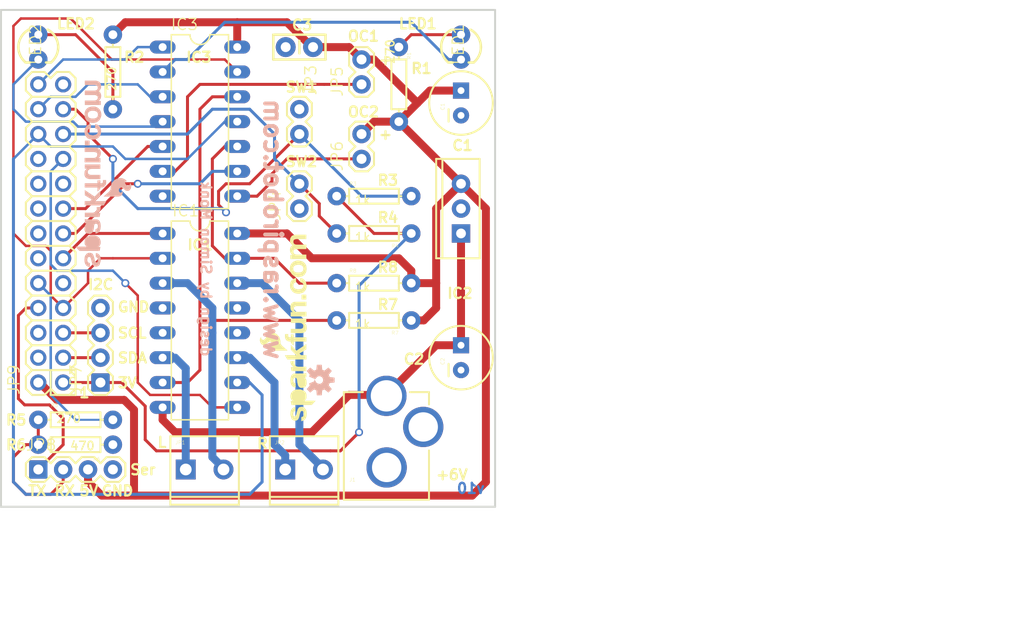
<source format=kicad_pcb>
(kicad_pcb (version 20211014) (generator pcbnew)
  (layers (0 "F.Cu" signal) (31 "B.Cu" signal) (34 "B.Paste" user) (35 "F.Paste" user) (36 "B.SilkS" user "B.Silkscreen") (37 "F.SilkS" user "F.Silkscreen") (38 "B.Mask" user) (39 "F.Mask" user) (44 "Edge.Cuts" user))
  (net 0 "")
  (net 1 "GND")
  (net 2 "VCC")
  (net 3 "1A")
  (net 4 "N$6")
  (net 5 "N$7")
  (net 6 "3A")
  (net 7 "N$9")
  (net 8 "N$10")
  (net 9 "N$11")
  (net 10 "N$12")
  (net 11 "N$13")
  (net 12 "N$14")
  (net 13 "SW1")
  (net 14 "SW2")
  (net 15 "N$18")
  (net 16 "RX")
  (net 17 "3.3V")
  (net 18 "TX")
  (net 19 "LED1")
  (net 20 "LED2")
  (net 21 "1-2EN")
  (net 22 "3-4EN")
  (net 23 "D")
  (net 24 "C")
  (net 25 "MR1")
  (net 26 "MR2")
  (net 27 "SDA")
  (net 28 "SCL")
  (net 29 "ML2")
  (net 30 "ML1")
  (net 31 "VIN")
  (footprint "boardEagle:DIL16" (layer "F.Cu") (at 143.5861 111.3486 -90)
    (fp_text reference "IC1" (at -10.541 2.921) (layer "F.SilkS") (effects (font (size 1.143 1.143) (thickness 0.127)) (justify left bottom)))
    (fp_text value "L293D")
    (pad "1" thru_hole oval (at -8.89 3.81) (size 2.6416 1.3208) (drill 0.8128) (layers *.Cu *.Mask) (net 21 "1-2EN"))
    (pad "2" thru_hole oval (at -6.35 3.81) (size 2.6416 1.3208) (drill 0.8128) (layers *.Cu *.Mask) (net 3 "1A"))
    (pad "3" thru_hole oval (at -3.81 3.81) (size 2.6416 1.3208) (drill 0.8128) (layers *.Cu *.Mask) (net 29 "ML2"))
    (pad "4" thru_hole oval (at -1.27 3.81) (size 2.6416 1.3208) (drill 0.8128) (layers *.Cu *.Mask) (net 1 "GND"))
    (pad "5" thru_hole oval (at 1.27 3.81) (size 2.6416 1.3208) (drill 0.8128) (layers *.Cu *.Mask) (net 1 "GND"))
    (pad "6" thru_hole oval (at 3.81 3.81) (size 2.6416 1.3208) (drill 0.8128) (layers *.Cu *.Mask) (net 30 "ML1"))
    (pad "7" thru_hole oval (at 6.35 3.81) (size 2.6416 1.3208) (drill 0.8128) (layers *.Cu *.Mask) (net 4 "N$6"))
    (pad "8" thru_hole oval (at 8.89 3.81) (size 2.6416 1.3208) (drill 0.8128) (layers *.Cu *.Mask) (net 31 "VIN"))
    (pad "9" thru_hole oval (at 8.89 -3.81) (size 2.6416 1.3208) (drill 0.8128) (layers *.Cu *.Mask) (net 22 "3-4EN"))
    (pad "10" thru_hole oval (at 6.35 -3.81) (size 2.6416 1.3208) (drill 0.8128) (layers *.Cu *.Mask) (net 6 "3A"))
    (pad "11" thru_hole oval (at 3.81 -3.81) (size 2.6416 1.3208) (drill 0.8128) (layers *.Cu *.Mask) (net 25 "MR1"))
    (pad "12" thru_hole oval (at 1.27 -3.81) (size 2.6416 1.3208) (drill 0.8128) (layers *.Cu *.Mask) (net 1 "GND"))
    (pad "13" thru_hole oval (at -1.27 -3.81) (size 2.6416 1.3208) (drill 0.8128) (layers *.Cu *.Mask) (net 1 "GND"))
    (pad "14" thru_hole oval (at -3.81 -3.81) (size 2.6416 1.3208) (drill 0.8128) (layers *.Cu *.Mask) (net 26 "MR2"))
    (pad "15" thru_hole oval (at -6.35 -3.81) (size 2.6416 1.3208) (drill 0.8128) (layers *.Cu *.Mask) (net 5 "N$7"))
    (pad "16" thru_hole oval (at -8.89 -3.81) (size 2.6416 1.3208) (drill 0.8128) (layers *.Cu *.Mask) (net 2 "VCC"))
  )
  (footprint "boardEagle:TO220-IGO" (layer "F.Cu") (at 170.2561 99.9186 90)
    (fp_text reference "IC2" hide)
    (fp_text value "LM2940CT-5.0" hide)
    (pad "GND" thru_hole circle (at 0 0 90) (size 1.8796 1.8796) (drill 1) (layers *.Cu *.Mask) (net 1 "GND"))
    (pad "IN" thru_hole rect (at -2.54 0 90) (size 1.8796 1.8796) (drill 1) (layers *.Cu *.Mask) (net 31 "VIN"))
    (pad "OUT" thru_hole circle (at 2.54 0 90) (size 1.8796 1.8796) (drill 1) (layers *.Cu *.Mask) (net 2 "VCC"))
  )
  (footprint "boardEagle:AXIAL-0.3EZ" (layer "F.Cu") (at 163.9061 87.2186 -90)
    (fp_text reference "R1" (at -2.54 -1.27 -90) (layer "F.SilkS") (effects (font (size 0.373888 0.373888) (thickness 0.032512)) (justify left bottom)))
    (fp_text value "270" (at -2.032 0.381 -90) (layer "F.SilkS") (effects (font (size 0.8636 0.8636) (thickness 0.1524)) (justify left bottom)))
    (pad "P$1" thru_hole circle (at -3.81 0 270) (size 1.8796 1.8796) (drill 0.9) (layers *.Cu) (net 7 "N$9"))
    (pad "P$2" thru_hole circle (at 3.81 0 270) (size 1.8796 1.8796) (drill 0.9) (layers *.Cu) (net 2 "VCC"))
  )
  (footprint "boardEagle:CAP-PTH-SMALL-KIT" (layer "F.Cu") (at 153.7461 83.4086 180)
    (fp_text reference "C3" hide)
    (fp_text value "0.1uF" hide)
    (pad "1" thru_hole circle (at -1.397 0 180) (size 2.032 2.032) (drill 1.016) (layers *.Cu) (net 2 "VCC"))
    (pad "2" thru_hole circle (at 1.397 0 180) (size 2.032 2.032) (drill 1.016) (layers *.Cu) (net 1 "GND"))
  )
  (footprint "boardEagle:1X04" (layer "F.Cu") (at 127.0761 126.5886)
    (fp_text reference "JP8" (at -1.3462 -1.8288) (layer "F.SilkS") (effects (font (size 1.143 1.143) (thickness 0.127)) (justify left bottom)))
    (fp_text value "UART")
    (pad "1" thru_hole rect (at 0 0 90) (size 1.8796 1.8796) (drill 1.016) (layers *.Cu *.Mask) (net 18 "TX"))
    (pad "2" thru_hole circle (at 2.54 0 90) (size 1.8796 1.8796) (drill 1.016) (layers *.Cu *.Mask) (net 15 "N$18"))
    (pad "3" thru_hole circle (at 5.08 0 90) (size 1.8796 1.8796) (drill 1.016) (layers *.Cu *.Mask) (net 2 "VCC"))
    (pad "4" thru_hole circle (at 7.62 0 90) (size 1.8796 1.8796) (drill 1.016) (layers *.Cu *.Mask) (net 1 "GND"))
  )
  (footprint "boardEagle:1X02" (layer "F.Cu") (at 160.0961 94.8386 90)
    (fp_text reference "JP6" (at -1.3462 -1.8288 90) (layer "F.SilkS") (effects (font (size 1.143 1.143) (thickness 0.127)) (justify left bottom)))
    (fp_text value "")
    (pad "1" thru_hole circle (at 0 0 180) (size 1.8796 1.8796) (drill 1.016) (layers *.Cu *.Mask) (net 12 "N$14"))
    (pad "2" thru_hole circle (at 2.54 0 180) (size 1.8796 1.8796) (drill 1.016) (layers *.Cu *.Mask) (net 2 "VCC"))
  )
  (footprint "boardEagle:SCREWTERMINAL-3.5MM-2_LOCK" (layer "F.Cu") (at 142.3161 126.5886)
    (fp_text reference "JP1" (at -1.27 -2.54) (layer "F.SilkS") (effects (font (size 0.373888 0.373888) (thickness 0.032512)) (justify left bottom)))
    (fp_text value "")
    (pad "1" thru_hole rect (at -0.1778 0) (size 2.032 2.032) (drill 1.2) (layers *.Cu *.Mask) (net 30 "ML1"))
    (pad "2" thru_hole circle (at 3.6778 0) (size 2.032 2.032) (drill 1.2) (layers *.Cu *.Mask) (net 29 "ML2"))
  )
  (footprint "boardEagle:CPOL-RADIAL-100UF-25V" (layer "F.Cu") (at 170.2561 89.1236 90)
    (fp_text reference "C1" (at -0.762 -1.651 90) (layer "F.SilkS") (effects (font (size 0.373888 0.373888) (thickness 0.032512)) (justify left bottom)))
    (fp_text value "100uF")
    (pad "1" thru_hole rect (at 1.27 0 90) (size 1.651 1.651) (drill 0.7) (layers *.Cu *.Mask) (net 2 "VCC"))
    (pad "2" thru_hole circle (at -1.27 0 90) (size 1.651 1.651) (drill 0.7) (layers *.Cu *.Mask) (net 1 "GND"))
  )
  (footprint "boardEagle:1X02" (layer "F.Cu") (at 153.7461 89.7586 -90)
    (fp_text reference "JP3" (at -1.3462 -1.8288 -90) (layer "F.SilkS") (effects (font (size 1.143 1.143) (thickness 0.127)) (justify left bottom)))
    (fp_text value "SW1")
    (pad "1" thru_hole circle (at 0 0) (size 1.8796 1.8796) (drill 1.016) (layers *.Cu *.Mask) (net 1 "GND"))
    (pad "2" thru_hole circle (at 2.54 0) (size 1.8796 1.8796) (drill 1.016) (layers *.Cu *.Mask) (net 13 "SW1"))
  )
  (footprint "boardEagle:LED3MM" (layer "F.Cu") (at 127.0761 83.4086 -90)
    (fp_text reference "LED2" (at 1.905 -0.381 -90) (layer "F.SilkS") (effects (font (size 1.143 1.143) (thickness 0.127)) (justify left bottom)))
    (fp_text value "yellow")
    (pad "A" thru_hole circle (at -1.27 0 270) (size 1.8796 1.8796) (drill 0.8128) (layers *.Cu *.Mask) (net 8 "N$10"))
    (pad "K" thru_hole circle (at 1.27 0 270) (size 1.8796 1.8796) (drill 0.8128) (layers *.Cu *.Mask) (net 10 "N$12"))
  )
  (footprint "boardEagle:DIL14" (layer "F.Cu") (at 143.5861 91.0286 -90)
    (fp_text reference "IC3" (at -9.271 3.048) (layer "F.SilkS") (effects (font (size 1.143 1.143) (thickness 0.127)) (justify left bottom)))
    (fp_text value "7406N")
    (pad "1" thru_hole oval (at -7.62 3.81) (size 2.6416 1.3208) (drill 0.8128) (layers *.Cu *.Mask) (net 19 "LED1"))
    (pad "2" thru_hole oval (at -5.08 3.81) (size 2.6416 1.3208) (drill 0.8128) (layers *.Cu *.Mask) (net 9 "N$11"))
    (pad "3" thru_hole oval (at -2.54 3.81) (size 2.6416 1.3208) (drill 0.8128) (layers *.Cu *.Mask) (net 20 "LED2"))
    (pad "4" thru_hole oval (at 0 3.81) (size 2.6416 1.3208) (drill 0.8128) (layers *.Cu *.Mask) (net 10 "N$12"))
    (pad "5" thru_hole oval (at 2.54 3.81) (size 2.6416 1.3208) (drill 0.8128) (layers *.Cu *.Mask) (net 24 "C"))
    (pad "6" thru_hole oval (at 5.08 3.81) (size 2.6416 1.3208) (drill 0.8128) (layers *.Cu *.Mask) (net 11 "N$13"))
    (pad "7" thru_hole oval (at 7.62 3.81) (size 2.6416 1.3208) (drill 0.8128) (layers *.Cu *.Mask) (net 1 "GND"))
    (pad "8" thru_hole oval (at 7.62 -3.81) (size 2.6416 1.3208) (drill 0.8128) (layers *.Cu *.Mask) (net 12 "N$14"))
    (pad "9" thru_hole oval (at 5.08 -3.81) (size 2.6416 1.3208) (drill 0.8128) (layers *.Cu *.Mask) (net 23 "D"))
    (pad "10" thru_hole oval (at 2.54 -3.81) (size 2.6416 1.3208) (drill 0.8128) (layers *.Cu *.Mask) (net 5 "N$7"))
    (pad "11" thru_hole oval (at 0 -3.81) (size 2.6416 1.3208) (drill 0.8128) (layers *.Cu *.Mask) (net 6 "3A"))
    (pad "12" thru_hole oval (at -2.54 -3.81) (size 2.6416 1.3208) (drill 0.8128) (layers *.Cu *.Mask) (net 4 "N$6"))
    (pad "13" thru_hole oval (at -5.08 -3.81) (size 2.6416 1.3208) (drill 0.8128) (layers *.Cu *.Mask) (net 3 "1A"))
    (pad "14" thru_hole oval (at -7.62 -3.81) (size 2.6416 1.3208) (drill 0.8128) (layers *.Cu *.Mask) (net 2 "VCC"))
  )
  (footprint "boardEagle:LED3MM" (layer "F.Cu") (at 170.2561 83.4086 -90)
    (fp_text reference "LED1" (at 1.905 -0.381 -90) (layer "F.SilkS") (effects (font (size 1.143 1.143) (thickness 0.127)) (justify left bottom)))
    (fp_text value "green")
    (pad "A" thru_hole circle (at -1.27 0 270) (size 1.8796 1.8796) (drill 0.8128) (layers *.Cu *.Mask) (net 7 "N$9"))
    (pad "K" thru_hole circle (at 1.27 0 270) (size 1.8796 1.8796) (drill 0.8128) (layers *.Cu *.Mask) (net 9 "N$11"))
  )
  (footprint "boardEagle:AXIAL-0.3EZ" (layer "F.Cu") (at 130.8861 124.0486 180)
    (fp_text reference "R6" (at -2.54 -1.27 180) (layer "F.SilkS") (effects (font (size 0.373888 0.373888) (thickness 0.032512)) (justify right top)))
    (fp_text value "470" (at -2.032 0.381 180) (layer "F.SilkS") (effects (font (size 0.8636 0.8636) (thickness 0.1524)) (justify right top)))
    (pad "P$1" thru_hole circle (at -3.81 0 180) (size 1.8796 1.8796) (drill 0.9) (layers *.Cu) (net 1 "GND"))
    (pad "P$2" thru_hole circle (at 3.81 0 180) (size 1.8796 1.8796) (drill 0.9) (layers *.Cu) (net 15 "N$18"))
  )
  (footprint "boardEagle:CREATIVE_COMMONS" (layer "F.Cu") (at 144.8561 141.8286)
    (fp_text reference "FRAME1" hide)
    (fp_text value "FRAME-LETTER" hide)
  )
  (footprint "boardEagle:2X13" (layer "F.Cu") (at 129.6161 117.6986 90)
    (fp_text reference "JP9" (at -1.3462 -4.3688 90) (layer "F.SilkS") (effects (font (size 1.143 1.143) (thickness 0.127)) (justify left bottom)))
    (fp_text value "M13X22X13")
    (pad "1" thru_hole circle (at 0 0 180) (size 1.651 1.651) (drill 1.016) (layers *.Cu *.Mask) (net 17 "3.3V"))
    (pad "2" thru_hole circle (at 0 -2.54) (size 1.651 1.651) (drill 1.016) (layers *.Cu *.Mask) (net 2 "VCC"))
    (pad "3" thru_hole circle (at 2.54 0 180) (size 1.651 1.651) (drill 1.016) (layers *.Cu *.Mask) (net 27 "SDA"))
    (pad "4" thru_hole circle (at 2.54 -2.54) (size 1.651 1.651) (drill 1.016) (layers *.Cu *.Mask))
    (pad "5" thru_hole circle (at 5.08 0 180) (size 1.651 1.651) (drill 1.016) (layers *.Cu *.Mask) (net 28 "SCL"))
    (pad "6" thru_hole circle (at 5.08 -2.54) (size 1.651 1.651) (drill 1.016) (layers *.Cu *.Mask) (net 1 "GND"))
    (pad "7" thru_hole circle (at 7.62 0 180) (size 1.651 1.651) (drill 1.016) (layers *.Cu *.Mask) (net 3 "1A"))
    (pad "8" thru_hole circle (at 7.62 -2.54) (size 1.651 1.651) (drill 1.016) (layers *.Cu *.Mask) (net 18 "TX"))
    (pad "9" thru_hole circle (at 10.16 0 180) (size 1.651 1.651) (drill 1.016) (layers *.Cu *.Mask))
    (pad "10" thru_hole circle (at 10.16 -2.54) (size 1.651 1.651) (drill 1.016) (layers *.Cu *.Mask) (net 16 "RX"))
    (pad "11" thru_hole circle (at 12.7 0 180) (size 1.651 1.651) (drill 1.016) (layers *.Cu *.Mask) (net 21 "1-2EN"))
    (pad "12" thru_hole circle (at 12.7 -2.54) (size 1.651 1.651) (drill 1.016) (layers *.Cu *.Mask))
    (pad "13" thru_hole circle (at 15.24 0 180) (size 1.651 1.651) (drill 1.016) (layers *.Cu *.Mask) (net 23 "D"))
    (pad "14" thru_hole circle (at 15.24 -2.54) (size 1.651 1.651) (drill 1.016) (layers *.Cu *.Mask))
    (pad "15" thru_hole circle (at 17.78 0 180) (size 1.651 1.651) (drill 1.016) (layers *.Cu *.Mask) (net 24 "C"))
    (pad "16" thru_hole circle (at 17.78 -2.54) (size 1.651 1.651) (drill 1.016) (layers *.Cu *.Mask))
    (pad "17" thru_hole circle (at 20.32 0 180) (size 1.651 1.651) (drill 1.016) (layers *.Cu *.Mask))
    (pad "18" thru_hole circle (at 20.32 -2.54) (size 1.651 1.651) (drill 1.016) (layers *.Cu *.Mask))
    (pad "19" thru_hole circle (at 22.86 0 180) (size 1.651 1.651) (drill 1.016) (layers *.Cu *.Mask) (net 22 "3-4EN"))
    (pad "20" thru_hole circle (at 22.86 -2.54) (size 1.651 1.651) (drill 1.016) (layers *.Cu *.Mask))
    (pad "21" thru_hole circle (at 25.4 0 180) (size 1.651 1.651) (drill 1.016) (layers *.Cu *.Mask) (net 14 "SW2"))
    (pad "22" thru_hole circle (at 25.4 -2.54) (size 1.651 1.651) (drill 1.016) (layers *.Cu *.Mask) (net 6 "3A"))
    (pad "23" thru_hole circle (at 27.94 0 180) (size 1.651 1.651) (drill 1.016) (layers *.Cu *.Mask) (net 13 "SW1"))
    (pad "24" thru_hole circle (at 27.94 -2.54) (size 1.651 1.651) (drill 1.016) (layers *.Cu *.Mask) (net 20 "LED2"))
    (pad "25" thru_hole circle (at 30.48 0 180) (size 1.651 1.651) (drill 1.016) (layers *.Cu *.Mask))
    (pad "26" thru_hole circle (at 30.48 -2.54) (size 1.651 1.651) (drill 1.016) (layers *.Cu *.Mask) (net 19 "LED1"))
  )
  (footprint "boardEagle:SFE-NEW-WEBLOGO" (layer "F.Cu") (at 155.3971 121.6356 90)
    (fp_text reference "JP10" hide)
    (fp_text value "LOGO-SFENEW" hide)
  )
  (footprint "boardEagle:AXIAL-0.3EZ" (layer "F.Cu") (at 161.3661 98.6486)
    (fp_text reference "R3" (at -2.54 -1.27) (layer "F.SilkS") (effects (font (size 0.376489 0.376489) (thickness 0.029911)) (justify left)))
    (fp_text value "1k" (at -2.032 0.381) (layer "F.SilkS") (effects (font (size 0.88646 0.88646) (thickness 0.12954)) (justify left)))
    (pad "P$1" thru_hole circle (at -3.81 0) (size 1.8796 1.8796) (drill 0.9) (layers *.Cu) (net 17 "3.3V"))
    (pad "P$2" thru_hole circle (at 3.81 0) (size 1.8796 1.8796) (drill 0.9) (layers *.Cu) (net 13 "SW1"))
  )
  (footprint "boardEagle:SCREWTERMINAL-3.5MM-2_LOCK" (layer "F.Cu") (at 152.4761 126.5886)
    (fp_text reference "JP2" (at -1.27 -2.54) (layer "F.SilkS") (effects (font (size 0.373888 0.373888) (thickness 0.032512)) (justify left bottom)))
    (fp_text value "")
    (pad "1" thru_hole rect (at -0.1778 0) (size 2.032 2.032) (drill 1.2) (layers *.Cu *.Mask) (net 25 "MR1"))
    (pad "2" thru_hole circle (at 3.6778 0) (size 2.032 2.032) (drill 1.2) (layers *.Cu *.Mask) (net 26 "MR2"))
  )
  (footprint "boardEagle:AXIAL-0.3EZ" (layer "F.Cu") (at 130.8861 121.5086)
    (fp_text reference "R5" (at -2.54 -1.27) (layer "F.SilkS") (effects (font (size 0.373888 0.373888) (thickness 0.032512)) (justify left bottom)))
    (fp_text value "270" (at -2.032 0.381) (layer "F.SilkS") (effects (font (size 0.8636 0.8636) (thickness 0.1524)) (justify left bottom)))
    (pad "P$1" thru_hole circle (at -3.81 0) (size 1.8796 1.8796) (drill 0.9) (layers *.Cu) (net 15 "N$18"))
    (pad "P$2" thru_hole circle (at 3.81 0) (size 1.8796 1.8796) (drill 0.9) (layers *.Cu) (net 16 "RX"))
  )
  (footprint "boardEagle:AXIAL-0.3EZ" (layer "F.Cu") (at 161.3661 102.4586 180)
    (fp_text reference "R4" (at -2.54 -1.27) (layer "F.SilkS") (effects (font (size 0.376489 0.376489) (thickness 0.029911)) (justify right)))
    (fp_text value "1k" (at 2.032 -0.381) (layer "F.SilkS") (effects (font (size 0.88646 0.88646) (thickness 0.12954)) (justify left)))
    (pad "P$1" thru_hole circle (at -3.81 0 180) (size 1.8796 1.8796) (drill 0.9) (layers *.Cu) (net 17 "3.3V"))
    (pad "P$2" thru_hole circle (at 3.81 0 180) (size 1.8796 1.8796) (drill 0.9) (layers *.Cu) (net 14 "SW2"))
  )
  (footprint "boardEagle:AXIAL-0.3EZ" (layer "F.Cu") (at 161.3661 107.5386)
    (fp_text reference "R8" (at -2.54 -1.27) (layer "F.SilkS") (effects (font (size 0.376489 0.376489) (thickness 0.029911)) (justify left)))
    (fp_text value "1k" (at -2.032 0.381) (layer "F.SilkS") (effects (font (size 0.88646 0.88646) (thickness 0.12954)) (justify left)))
    (pad "P$1" thru_hole circle (at -3.81 0) (size 1.8796 1.8796) (drill 0.9) (layers *.Cu) (net 5 "N$7"))
    (pad "P$2" thru_hole circle (at 3.81 0) (size 1.8796 1.8796) (drill 0.9) (layers *.Cu) (net 2 "VCC"))
  )
  (footprint "boardEagle:AXIAL-0.3EZ" (layer "F.Cu") (at 161.3661 111.3486 180)
    (fp_text reference "R7" (at -2.54 -1.27) (layer "F.SilkS") (effects (font (size 0.376489 0.376489) (thickness 0.029911)) (justify right)))
    (fp_text value "1k" (at 2.032 -0.381) (layer "F.SilkS") (effects (font (size 0.88646 0.88646) (thickness 0.12954)) (justify left)))
    (pad "P$1" thru_hole circle (at -3.81 0 180) (size 1.8796 1.8796) (drill 0.9) (layers *.Cu) (net 2 "VCC"))
    (pad "P$2" thru_hole circle (at 3.81 0 180) (size 1.8796 1.8796) (drill 0.9) (layers *.Cu) (net 4 "N$6"))
  )
  (footprint "boardEagle:1X04" (layer "F.Cu") (at 133.4261 117.6986 90)
    (fp_text reference "JP7" (at -1.3462 -1.8288 90) (layer "F.SilkS") (effects (font (size 1.143 1.143) (thickness 0.127)) (justify left bottom)))
    (fp_text value "I2C")
    (pad "1" thru_hole rect (at 0 0 180) (size 1.8796 1.8796) (drill 1.016) (layers *.Cu *.Mask) (net 17 "3.3V"))
    (pad "2" thru_hole circle (at 2.54 0 180) (size 1.8796 1.8796) (drill 1.016) (layers *.Cu *.Mask) (net 27 "SDA"))
    (pad "3" thru_hole circle (at 5.08 0 180) (size 1.8796 1.8796) (drill 1.016) (layers *.Cu *.Mask) (net 28 "SCL"))
    (pad "4" thru_hole circle (at 7.62 0 180) (size 1.8796 1.8796) (drill 1.016) (layers *.Cu *.Mask) (net 1 "GND"))
  )
  (footprint "boardEagle:POWER_JACK_PTH_LOCK" (layer "F.Cu") (at 162.6361 132.9386)
    (fp_text reference "J1" (at -3.81 -5.08) (layer "F.SilkS") (effects (font (size 0.373888 0.373888) (thickness 0.032512)) (justify left bottom)))
    (fp_text value "POWER_JACKPTH_LOCK")
    (pad "GND" thru_hole circle (at 0.0254 -6.557) (size 4.1148 4.1148) (drill 2.9972) (layers *.Cu *.Mask) (net 1 "GND"))
    (pad "GNDBREAK" thru_hole circle (at 3.7616 -10.7 90) (size 4.1148 4.1148) (drill 2.9972) (layers *.Cu *.Mask) (net 1 "GND"))
    (pad "PWR" thru_hole circle (at 0 -13.8778) (size 4.1148 4.1148) (drill 3.2) (layers *.Cu *.Mask) (net 31 "VIN"))
  )
  (footprint "boardEagle:CPOL-RADIAL-100UF-25V" (layer "F.Cu") (at 170.2561 115.1586 90)
    (fp_text reference "C2" (at -0.762 -1.651 90) (layer "F.SilkS") (effects (font (size 0.373888 0.373888) (thickness 0.032512)) (justify left bottom)))
    (fp_text value "220uF")
    (pad "1" thru_hole rect (at 1.27 0 90) (size 1.651 1.651) (drill 0.7) (layers *.Cu *.Mask) (net 31 "VIN"))
    (pad "2" thru_hole circle (at -1.27 0 90) (size 1.651 1.651) (drill 0.7) (layers *.Cu *.Mask) (net 1 "GND"))
  )
  (footprint "boardEagle:1X02" (layer "F.Cu") (at 153.7461 99.9186 90)
    (fp_text reference "JP4" (at -1.3462 -1.8288 90) (layer "F.SilkS") (effects (font (size 1.143 1.143) (thickness 0.127)) (justify left bottom)))
    (fp_text value "SW2")
    (pad "1" thru_hole circle (at 0 0 180) (size 1.8796 1.8796) (drill 1.016) (layers *.Cu *.Mask) (net 1 "GND"))
    (pad "2" thru_hole circle (at 2.54 0 180) (size 1.8796 1.8796) (drill 1.016) (layers *.Cu *.Mask) (net 14 "SW2"))
  )
  (footprint "boardEagle:AXIAL-0.3EZ" (layer "F.Cu") (at 134.6961 85.9486 90)
    (fp_text reference "R2" (at -2.54 -1.27 90) (layer "F.SilkS") (effects (font (size 0.373888 0.373888) (thickness 0.032512)) (justify left bottom)))
    (fp_text value "270" (at -2.032 0.381 90) (layer "F.SilkS") (effects (font (size 0.8636 0.8636) (thickness 0.1524)) (justify left bottom)))
    (pad "P$1" thru_hole circle (at -3.81 0 90) (size 1.8796 1.8796) (drill 0.9) (layers *.Cu) (net 8 "N$10"))
    (pad "P$2" thru_hole circle (at 3.81 0 90) (size 1.8796 1.8796) (drill 0.9) (layers *.Cu) (net 2 "VCC"))
  )
  (footprint "boardEagle:1X02" (layer "F.Cu") (at 160.0961 87.2186 90)
    (fp_text reference "JP5" (at -1.3462 -1.8288 90) (layer "F.SilkS") (effects (font (size 1.143 1.143) (thickness 0.127)) (justify left bottom)))
    (fp_text value "")
    (pad "1" thru_hole circle (at 0 0 180) (size 1.8796 1.8796) (drill 1.016) (layers *.Cu *.Mask) (net 11 "N$13"))
    (pad "2" thru_hole circle (at 2.54 0 180) (size 1.8796 1.8796) (drill 1.016) (layers *.Cu *.Mask) (net 2 "VCC"))
  )
  (footprint "boardEagle:SFE-NEW-WEBLOGO" (layer "B.Cu") (at 130.8861 105.8876 90)
    (fp_text reference "JP11" hide)
    (fp_text value "LOGO-SFENEW" hide)
  )
  (footprint "boardEagle:OSHW-LOGO-S" (layer "B.Cu") (at 155.7781 117.4446 90)
    (fp_text reference "U$4" hide)
    (fp_text value "OSHW-LOGOS" hide)
  )
  (gr_line (start 130.8861 116.4286) (end 130.8861 118.9686) (layer "F.SilkS") (width 0.2032))
  (gr_line (start 130.8861 118.9686) (end 128.3461 118.9686) (layer "F.SilkS") (width 0.2032))
  (gr_line (start 128.3461 116.4286) (end 128.3461 118.9686) (layer "F.SilkS") (width 0.2032))
  (gr_line (start 128.3461 116.4286) (end 130.8861 116.4286) (layer "F.SilkS") (width 0.2032))
  (gr_line (start 173.7361 130.3986) (end 173.7361 79.6086) (layer "Edge.Cuts") (width 0.2032))
  (gr_line (start 123.2661 79.6086) (end 123.2661 130.3986) (layer "Edge.Cuts") (width 0.2032))
  (gr_line (start 123.2661 130.3986) (end 173.7361 130.3986) (layer "Edge.Cuts") (width 0.2032))
  (gr_line (start 173.7361 79.6086) (end 123.2661 79.6086) (layer "Edge.Cuts") (width 0.2032))
  (gr_text "v10" (at 172.7961 129.1286) (layer "B.Cu") (effects (font (size 1.0414 1.0414) (thickness 0.2286)) (justify left bottom mirror)))
  (gr_text "www.raspirobot.com" (at 152.0951 88.4886 -90) (layer "B.SilkS") (effects (font (size 1.791208 1.791208) (thickness 0.393192)) (justify right top mirror)))
  (gr_text "design by Simon Monk" (at 143.5861 115.1586 -90) (layer "B.SilkS") (effects (font (size 1.0414 1.0414) (thickness 0.2286)) (justify left bottom mirror)))
  (gr_text "R2" (at 135.7121 85.0596) (layer "F.SilkS") (effects (font (size 1.0414 1.0414) (thickness 0.2286)) (justify left bottom)))
  (gr_text "OC1" (at 158.5721 82.9006) (layer "F.SilkS") (effects (font (size 1.0414 1.0414) (thickness 0.2286)) (justify left bottom)))
  (gr_text "5V" (at 131.1401 129.3826) (layer "F.SilkS") (effects (font (size 1.0414 1.0414) (thickness 0.2286)) (justify left bottom)))
  (gr_text "Ser" (at 136.3471 127.2236) (layer "F.SilkS") (effects (font (size 1.0414 1.0414) (thickness 0.2286)) (justify left bottom)))
  (gr_text "SW1" (at 152.2221 88.1076) (layer "F.SilkS") (effects (font (size 1.0414 1.0414) (thickness 0.2286)) (justify left bottom)))
  (gr_text "+" (at 161.7471 85.3136) (layer "F.SilkS") (effects (font (size 1.0414 1.0414) (thickness 0.2286)) (justify left bottom)))
  (gr_text "R" (at 149.3011 124.5566) (layer "F.SilkS") (effects (font (size 1.0414 1.0414) (thickness 0.2286)) (justify left bottom)))
  (gr_text "R3" (at 161.6201 97.6326) (layer "F.SilkS") (effects (font (size 1.0414 1.0414) (thickness 0.2286)) (justify left bottom)))
  (gr_text "GND" (at 133.4261 129.3826) (layer "F.SilkS") (effects (font (size 1.0414 1.0414) (thickness 0.2286)) (justify left bottom)))
  (gr_text "GND" (at 135.0771 110.5866) (layer "F.SilkS") (effects (font (size 1.0414 1.0414) (thickness 0.2286)) (justify left bottom)))
  (gr_text "IC3" (at 142.0621 85.0596) (layer "F.SilkS") (effects (font (size 1.0414 1.0414) (thickness 0.2286)) (justify left bottom)))
  (gr_text "R5" (at 123.6471 122.1436) (layer "F.SilkS") (effects (font (size 1.0414 1.0414) (thickness 0.2286)) (justify left bottom)))
  (gr_text "+" (at 161.7471 92.9336) (layer "F.SilkS") (effects (font (size 1.0414 1.0414) (thickness 0.2286)) (justify left bottom)))
  (gr_text "IC2" (at 168.7321 109.1896) (layer "F.SilkS") (effects (font (size 1.0414 1.0414) (thickness 0.2286)) (justify left bottom)))
  (gr_text "LED2" (at 128.8541 81.6306) (layer "F.SilkS") (effects (font (size 1.0414 1.0414) (thickness 0.2286)) (justify left bottom)))
  (gr_text "C3" (at 152.8571 81.7576) (layer "F.SilkS") (effects (font (size 1.0414 1.0414) (thickness 0.2286)) (justify left bottom)))
  (gr_text "3V" (at 135.0771 118.3336) (layer "F.SilkS") (effects (font (size 1.0414 1.0414) (thickness 0.2286)) (justify left bottom)))
  (gr_text "SW2" (at 152.2221 95.7276) (layer "F.SilkS") (effects (font (size 1.0414 1.0414) (thickness 0.2286)) (justify left bottom)))
  (gr_text "1" (at 131.1401 119.3496) (layer "F.SilkS") (effects (font (size 1.0414 1.0414) (thickness 0.2286)) (justify left bottom)))
  (gr_text "I2C" (at 132.0291 108.3006) (layer "F.SilkS") (effects (font (size 1.0414 1.0414) (thickness 0.2286)) (justify left bottom)))
  (gr_text "R1" (at 165.0491 86.2026) (layer "F.SilkS") (effects (font (size 1.0414 1.0414) (thickness 0.2286)) (justify left bottom)))
  (gr_text "C1" (at 169.2401 94.0766) (layer "F.SilkS") (effects (font (size 1.0414 1.0414) (thickness 0.2286)) (justify left bottom)))
  (gr_text "LED1" (at 163.7791 81.6306) (layer "F.SilkS") (effects (font (size 1.0414 1.0414) (thickness 0.2286)) (justify left bottom)))
  (gr_text "SDA" (at 135.0771 115.7936) (layer "F.SilkS") (effects (font (size 1.0414 1.0414) (thickness 0.2286)) (justify left bottom)))
  (gr_text "R7" (at 161.6201 110.3326) (layer "F.SilkS") (effects (font (size 1.0414 1.0414) (thickness 0.2286)) (justify left bottom)))
  (gr_text "IC1" (at 142.1891 104.2366) (layer "F.SilkS") (effects (font (size 1.0414 1.0414) (thickness 0.2286)) (justify left bottom)))
  (gr_text "R4" (at 161.6201 101.4426) (layer "F.SilkS") (effects (font (size 1.0414 1.0414) (thickness 0.2286)) (justify left bottom)))
  (gr_text "RX" (at 128.6001 129.3826) (layer "F.SilkS") (effects (font (size 1.0414 1.0414) (thickness 0.2286)) (justify left bottom)))
  (gr_text "+6V" (at 167.5891 127.7316) (layer "F.SilkS") (effects (font (size 1.0414 1.0414) (thickness 0.2286)) (justify left bottom)))
  (gr_text "L" (at 139.1411 124.4296) (layer "F.SilkS") (effects (font (size 1.0414 1.0414) (thickness 0.2286)) (justify left bottom)))
  (gr_text "TX" (at 125.9331 129.3826) (layer "F.SilkS") (effects (font (size 1.0414 1.0414) (thickness 0.2286)) (justify left bottom)))
  (gr_text "C2" (at 164.2871 115.9206) (layer "F.SilkS") (effects (font (size 1.0414 1.0414) (thickness 0.2286)) (justify left bottom)))
  (gr_text "OC2" (at 158.5721 90.6476) (layer "F.SilkS") (effects (font (size 1.0414 1.0414) (thickness 0.2286)) (justify left bottom)))
  (gr_text "R8" (at 161.6201 106.5226) (layer "F.SilkS") (effects (font (size 1.0414 1.0414) (thickness 0.2286)) (justify left bottom)))
  (gr_text "R6" (at 123.6471 124.6836) (layer "F.SilkS") (effects (font (size 1.0414 1.0414) (thickness 0.2286)) (justify left bottom)))
  (gr_text "SCL" (at 135.0771 113.2536) (layer "F.SilkS") (effects (font (size 1.0414 1.0414) (thickness 0.2286)) (justify left bottom)))
  (segment (start 135.8391 119.4766) (end 136.8551 120.4926) (width 0.8128) (layer "F.Cu") (net 2))
  (segment (start 166.4461 111.3486) (end 167.7161 110.0786) (width 0.8128) (layer "F.Cu") (net 2))
  (segment (start 165.1761 106.2686) (end 163.9061 104.9986) (width 0.8128) (layer "F.Cu") (net 2))
  (segment (start 170.2561 97.3786) (end 163.9061 91.0286) (width 0.8128) (layer "F.Cu") (net 2))
  (segment (start 165.8111 89.1236) (end 163.9061 91.0286) (width 0.8128) (layer "F.Cu") (net 2))
  (segment (start 147.3961 83.4086) (end 147.3961 80.8686) (width 0.8128) (layer "F.Cu") (net 2))
  (segment (start 152.4761 102.4586) (end 147.3961 102.4586) (width 0.8128) (layer "F.Cu") (net 2))
  (segment (start 136.8551 120.4926) (end 136.8551 129.1286) (width 0.8128) (layer "F.Cu") (net 2))
  (segment (start 165.1761 107.5386) (end 165.1761 106.2686) (width 0.8128) (layer "F.Cu") (net 2))
  (segment (start 152.4761 80.8686) (end 147.3961 80.8686) (width 0.8128) (layer "F.Cu") (net 2))
  (segment (start 136.8551 129.1286) (end 136.9821 129.2556) (width 0.8128) (layer "F.Cu") (net 2))
  (segment (start 161.3661 84.6786) (end 160.0961 84.6786) (width 0.8128) (layer "F.Cu") (net 2))
  (segment (start 167.7161 99.9186) (end 170.2561 97.3786) (width 0.8128) (layer "F.Cu") (net 2))
  (segment (start 155.1431 83.4086) (end 158.8261 83.4086) (width 0.8128) (layer "F.Cu") (net 2))
  (segment (start 132.1561 127.8586) (end 133.5531 129.2556) (width 0.8128) (layer "F.Cu") (net 2))
  (segment (start 167.7161 107.5386) (end 167.7161 99.9186) (width 0.8128) (layer "F.Cu") (net 2))
  (segment (start 155.1431 83.4086) (end 155.0161 83.4086) (width 0.8128) (layer "F.Cu") (net 2))
  (segment (start 155.0161 83.4086) (end 152.4761 80.8686) (width 0.8128) (layer "F.Cu") (net 2))
  (segment (start 127.5841 118.0796) (end 127.4571 118.0796) (width 0.8128) (layer "F.Cu") (net 2))
  (segment (start 147.3961 80.8686) (end 135.9661 80.8686) (width 0.8128) (layer "F.Cu") (net 2))
  (segment (start 127.4571 118.0796) (end 127.0761 117.6986) (width 0.8128) (layer "F.Cu") (net 2))
  (segment (start 165.1761 107.5386) (end 167.7161 107.5386) (width 0.8128) (layer "F.Cu") (net 2))
  (segment (start 136.9821 129.2556) (end 133.5531 129.2556) (width 0.8128) (layer "F.Cu") (net 2))
  (segment (start 172.7961 99.9186) (end 172.7961 127.8586) (width 0.8128) (layer "F.Cu") (net 2))
  (segment (start 158.8261 83.4086) (end 160.0961 84.6786) (width 0.8128) (layer "F.Cu") (net 2))
  (segment (start 161.3661 84.6786) (end 165.8111 89.1236) (width 0.8128) (layer "F.Cu") (net 2))
  (segment (start 171.3991 129.2556) (end 136.9821 129.2556) (width 0.8128) (layer "F.Cu") (net 2))
  (segment (start 135.9661 80.8686) (end 134.6961 82.1386) (width 0.8128) (layer "F.Cu") (net 2))
  (segment (start 132.1561 126.5886) (end 132.1561 127.8586) (width 0.8128) (layer "F.Cu") (net 2))
  (segment (start 163.9061 91.0286) (end 161.3661 91.0286) (width 0.8128) (layer "F.Cu") (net 2))
  (segment (start 128.9811 119.4766) (end 127.5841 118.0796) (width 0.8128) (layer "F.Cu") (net 2))
  (segment (start 155.0161 104.9986) (end 152.4761 102.4586) (width 0.8128) (layer "F.Cu") (net 2))
  (segment (start 167.7161 110.0786) (end 167.7161 107.5386) (width 0.8128) (layer "F.Cu") (net 2))
  (segment (start 172.7961 127.8586) (end 171.3991 129.2556) (width 0.8128) (layer "F.Cu") (net 2))
  (segment (start 170.2561 87.8536) (end 167.0811 87.8536) (width 0.8128) (layer "F.Cu") (net 2))
  (segment (start 163.9061 104.9986) (end 155.0161 104.9986) (width 0.8128) (layer "F.Cu") (net 2))
  (segment (start 161.3661 91.0286) (end 160.0961 92.2986) (width 0.8128) (layer "F.Cu") (net 2))
  (segment (start 167.0811 87.8536) (end 165.8111 89.1236) (width 0.8128) (layer "F.Cu") (net 2))
  (segment (start 172.7961 99.9186) (end 170.2561 97.3786) (width 0.8128) (layer "F.Cu") (net 2))
  (segment (start 128.9811 119.4766) (end 135.8391 119.4766) (width 0.8128) (layer "F.Cu") (net 2))
  (segment (start 165.1761 111.3486) (end 166.4461 111.3486) (width 0.8128) (layer "F.Cu") (net 2))
  (segment (start 134.6961 104.9986) (end 133.4261 104.9986) (width 0.254) (layer "F.Cu") (net 3))
  (segment (start 133.4261 104.9986) (end 132.1561 106.2686) (width 0.254) (layer "F.Cu") (net 3))
  (segment (start 128.3461 104.2366) (end 127.8381 103.7286) (width 0.254) (layer "F.Cu") (net 3))
  (segment (start 124.5361 81.2496) (end 125.2981 80.4876) (width 0.254) (layer "F.Cu") (net 3))
  (segment (start 128.3461 106.2686) (end 128.3461 104.2366) (width 0.254) (layer "F.Cu") (net 3))
  (segment (start 146.1261 84.6786) (end 147.3961 85.9486) (width 0.254) (layer "F.Cu") (net 3))
  (segment (start 124.5361 102.4586) (end 124.5361 81.2496) (width 0.254) (layer "F.Cu") (net 3))
  (segment (start 134.5691 84.6786) (end 146.1261 84.6786) (width 0.254) (layer "F.Cu") (net 3))
  (segment (start 130.3781 80.4876) (end 134.5691 84.6786) (width 0.254) (layer "F.Cu") (net 3))
  (segment (start 125.8061 103.7286) (end 124.5361 102.4586) (width 0.254) (layer "F.Cu") (net 3))
  (segment (start 127.8381 103.7286) (end 125.8061 103.7286) (width 0.254) (layer "F.Cu") (net 3))
  (segment (start 125.2981 80.4876) (end 130.3781 80.4876) (width 0.254) (layer "F.Cu") (net 3))
  (segment (start 128.3461 108.8086) (end 128.3461 106.2686) (width 0.254) (layer "F.Cu") (net 3))
  (segment (start 139.7761 104.9986) (end 134.6961 104.9986) (width 0.254) (layer "F.Cu") (net 3))
  (segment (start 128.3461 108.8086) (end 129.6161 110.0786) (width 0.254) (layer "F.Cu") (net 3))
  (segment (start 132.1561 107.5386) (end 129.6161 110.0786) (width 0.254) (layer "F.Cu") (net 3))
  (segment (start 132.1561 106.2686) (end 132.1561 107.5386) (width 0.254) (layer "F.Cu") (net 3))
  (segment (start 143.5861 116.4286) (end 142.3161 117.6986) (width 0.3048) (layer "F.Cu") (net 4))
  (segment (start 143.5861 89.7586) (end 144.8561 88.4886) (width 0.3048) (layer "F.Cu") (net 4))
  (segment (start 143.5861 111.3486) (end 143.5861 89.7586) (width 0.3048) (layer "F.Cu") (net 4))
  (segment (start 157.5561 111.3486) (end 143.5861 111.3486) (width 0.3048) (layer "F.Cu") (net 4))
  (segment (start 144.8561 88.4886) (end 147.3961 88.4886) (width 0.3048) (layer "F.Cu") (net 4))
  (segment (start 142.3161 117.6986) (end 139.7761 117.6986) (width 0.3048) (layer "F.Cu") (net 4))
  (segment (start 143.5861 111.3486) (end 143.5861 116.4286) (width 0.3048) (layer "F.Cu") (net 4))
  (segment (start 153.7461 107.5386) (end 151.2061 104.9986) (width 0.3048) (layer "F.Cu") (net 5))
  (segment (start 144.8561 103.7286) (end 146.1261 104.9986) (width 0.3048) (layer "F.Cu") (net 5))
  (segment (start 157.5561 107.5386) (end 153.7461 107.5386) (width 0.3048) (layer "F.Cu") (net 5))
  (segment (start 151.2061 104.9986) (end 147.3961 104.9986) (width 0.3048) (layer "F.Cu") (net 5))
  (segment (start 147.3961 93.5686) (end 146.1261 93.5686) (width 0.3048) (layer "F.Cu") (net 5))
  (segment (start 146.1261 93.5686) (end 144.8561 94.8386) (width 0.3048) (layer "F.Cu") (net 5))
  (segment (start 144.8561 94.8386) (end 144.8561 103.7286) (width 0.3048) (layer "F.Cu") (net 5))
  (segment (start 146.1261 104.9986) (end 147.3961 104.9986) (width 0.3048) (layer "F.Cu") (net 5))
  (segment (start 149.9361 127.8586) (end 148.6661 129.1286) (width 0.3048) (layer "B.Cu") (net 6))
  (segment (start 149.9361 118.9686) (end 149.9361 127.8586) (width 0.3048) (layer "B.Cu") (net 6))
  (segment (start 125.8061 129.1286) (end 124.5361 127.8586) (width 0.3048) (layer "B.Cu") (net 6))
  (segment (start 135.9661 94.8386) (end 134.6961 93.5686) (width 0.254) (layer "B.Cu") (net 6))
  (segment (start 134.6961 93.5686) (end 128.3461 93.5686) (width 0.254) (layer "B.Cu") (net 6))
  (segment (start 146.1261 91.0286) (end 144.8561 92.2986) (width 0.254) (layer "B.Cu") (net 6))
  (segment (start 144.8561 92.2986) (end 142.3161 94.8386) (width 0.254) (layer "B.Cu") (net 6))
  (segment (start 124.5361 127.8586) (end 124.5361 94.8386) (width 0.3048) (layer "B.Cu") (net 6))
  (segment (start 147.3961 117.6986) (end 148.6661 117.6986) (width 0.3048) (layer "B.Cu") (net 6))
  (segment (start 148.6661 117.6986) (end 149.9361 118.9686) (width 0.3048) (layer "B.Cu") (net 6))
  (segment (start 148.6661 129.1286) (end 125.8061 129.1286) (width 0.3048) (layer "B.Cu") (net 6))
  (segment (start 128.3461 93.5686) (end 127.0761 92.2986) (width 0.254) (layer "B.Cu") (net 6))
  (segment (start 142.3161 94.8386) (end 135.9661 94.8386) (width 0.254) (layer "B.Cu") (net 6))
  (segment (start 147.3961 91.0286) (end 146.1261 91.0286) (width 0.254) (layer "B.Cu") (net 6))
  (segment (start 124.5361 94.8386) (end 127.0761 92.2986) (width 0.254) (layer "B.Cu") (net 6))
  (segment (start 165.1761 82.1386) (end 163.9061 83.4086) (width 0.3048) (layer "F.Cu") (net 7))
  (segment (start 170.2561 82.1386) (end 165.1761 82.1386) (width 0.3048) (layer "F.Cu") (net 7))
  (segment (start 130.8861 82.1386) (end 134.6961 85.9486) (width 0.3048) (layer "F.Cu") (net 8))
  (segment (start 127.0761 82.1386) (end 130.8861 82.1386) (width 0.3048) (layer "F.Cu") (net 8))
  (segment (start 134.6961 85.9486) (end 134.6961 89.7586) (width 0.3048) (layer "F.Cu") (net 8))
  (segment (start 142.3161 84.6786) (end 141.0461 84.6786) (width 0.3048) (layer "B.Cu") (net 9))
  (segment (start 146.1261 80.8686) (end 142.3161 84.6786) (width 0.3048) (layer "B.Cu") (net 9))
  (segment (start 168.9861 84.6786) (end 165.1761 80.8686) (width 0.3048) (layer "B.Cu") (net 9))
  (segment (start 170.2561 84.6786) (end 168.9861 84.6786) (width 0.3048) (layer "B.Cu") (net 9))
  (segment (start 165.1761 80.8686) (end 146.1261 80.8686) (width 0.3048) (layer "B.Cu") (net 9))
  (segment (start 141.0461 84.6786) (end 139.7761 85.9486) (width 0.3048) (layer "B.Cu") (net 9))
  (segment (start 139.2681 91.5366) (end 139.7761 91.0286) (width 0.254) (layer "B.Cu") (net 10))
  (segment (start 125.8061 91.0286) (end 130.6321 91.0286) (width 0.254) (layer "B.Cu") (net 10))
  (segment (start 124.5361 89.7586) (end 125.8061 91.0286) (width 0.254) (layer "B.Cu") (net 10))
  (segment (start 124.5361 87.2186) (end 124.5361 89.7586) (width 0.254) (layer "B.Cu") (net 10))
  (segment (start 127.0761 84.6786) (end 124.5361 87.2186) (width 0.254) (layer "B.Cu") (net 10))
  (segment (start 130.6321 91.0286) (end 131.1401 91.5366) (width 0.254) (layer "B.Cu") (net 10))
  (segment (start 131.1401 91.5366) (end 139.2681 91.5366) (width 0.254) (layer "B.Cu") (net 10))
  (segment (start 143.5861 87.2186) (end 142.3161 88.4886) (width 0.3048) (layer "F.Cu") (net 11))
  (segment (start 141.0461 96.1086) (end 142.3161 94.8386) (width 0.3048) (layer "F.Cu") (net 11))
  (segment (start 156.2861 87.2186) (end 143.5861 87.2186) (width 0.3048) (layer "F.Cu") (net 11))
  (segment (start 142.3161 94.8386) (end 142.3161 93.5686) (width 0.3048) (layer "F.Cu") (net 11))
  (segment (start 156.2861 87.2186) (end 160.0961 87.2186) (width 0.3048) (layer "F.Cu") (net 11))
  (segment (start 139.7761 96.1086) (end 141.0461 96.1086) (width 0.3048) (layer "F.Cu") (net 11))
  (segment (start 142.3161 88.4886) (end 142.3161 93.5686) (width 0.3048) (layer "F.Cu") (net 11))
  (segment (start 149.4281 98.6486) (end 150.9521 97.1246) (width 0.3048) (layer "F.Cu") (net 12))
  (segment (start 150.9521 96.3626) (end 152.4761 94.8386) (width 0.3048) (layer "F.Cu") (net 12))
  (segment (start 152.4761 94.8386) (end 160.0961 94.8386) (width 0.3048) (layer "F.Cu") (net 12))
  (segment (start 147.3961 98.6486) (end 149.4281 98.6486) (width 0.3048) (layer "F.Cu") (net 12))
  (segment (start 150.9521 97.1246) (end 150.9521 96.3626) (width 0.3048) (layer "F.Cu") (net 12))
  (segment (start 153.7461 92.2986) (end 148.6661 97.3786) (width 0.3048) (layer "F.Cu") (net 13))
  (segment (start 132.1561 91.0286) (end 132.1561 92.2986) (width 0.3048) (layer "F.Cu") (net 13))
  (segment (start 129.6161 89.7586) (end 130.8861 89.7586) (width 0.3048) (layer "F.Cu") (net 13))
  (segment (start 146.2531 97.3786) (end 145.4911 98.1406) (width 0.3048) (layer "F.Cu") (net 13))
  (segment (start 132.1561 92.2986) (end 134.6961 94.8386) (width 0.3048) (layer "F.Cu") (net 13))
  (segment (start 145.4911 98.1406) (end 145.4911 99.5376) (width 0.3048) (layer "F.Cu") (net 13))
  (segment (start 130.8861 89.7586) (end 132.1561 91.0286) (width 0.3048) (layer "F.Cu") (net 13))
  (segment (start 148.6661 97.3786) (end 146.2531 97.3786) (width 0.3048) (layer "F.Cu") (net 13))
  (segment (start 145.4911 99.5376) (end 146.2531 100.2996) (width 0.3048) (layer "F.Cu") (net 13))
  (via (at 146.2531 100.2996) (size 0.8128) (drill 0.508) (layers "F.Cu" "B.Cu") (net 13))
  (via (at 134.6961 94.8386) (size 0.8128) (drill 0.508) (layers "F.Cu" "B.Cu") (net 13))
  (segment (start 145.8721 99.9186) (end 146.2531 100.2996) (width 0.3048) (layer "B.Cu") (net 13))
  (segment (start 165.1761 98.6486) (end 160.0961 98.6486) (width 0.3048) (layer "B.Cu") (net 13))
  (segment (start 137.2361 99.9186) (end 134.6961 97.3786) (width 0.3048) (layer "B.Cu") (net 13))
  (segment (start 134.6961 97.3786) (end 134.6961 94.8386) (width 0.3048) (layer "B.Cu") (net 13))
  (segment (start 137.2361 99.9186) (end 145.8721 99.9186) (width 0.3048) (layer "B.Cu") (net 13))
  (segment (start 160.0961 98.6486) (end 153.7461 92.2986) (width 0.3048) (layer "B.Cu") (net 13))
  (segment (start 155.7781 100.6806) (end 155.7781 99.4106) (width 0.3048) (layer "F.Cu") (net 14))
  (segment (start 157.5561 102.4586) (end 156.2861 101.1886) (width 0.3048) (layer "F.Cu") (net 14))
  (segment (start 156.2861 101.1886) (end 155.7781 100.6806) (width 0.3048) (layer "F.Cu") (net 14))
  (segment (start 155.7781 99.4106) (end 153.7461 97.3786) (width 0.3048) (layer "F.Cu") (net 14))
  (segment (start 148.6661 89.7586) (end 149.9361 91.0286) (width 0.3048) (layer "B.Cu") (net 14))
  (segment (start 144.8561 89.7586) (end 148.6661 89.7586) (width 0.3048) (layer "B.Cu") (net 14))
  (segment (start 151.2061 94.8386) (end 153.7461 97.3786) (width 0.3048) (layer "B.Cu") (net 14))
  (segment (start 142.3161 92.2986) (end 144.8561 89.7586) (width 0.3048) (layer "B.Cu") (net 14))
  (segment (start 151.2061 92.2986) (end 151.2061 94.8386) (width 0.3048) (layer "B.Cu") (net 14))
  (segment (start 142.3161 92.2986) (end 129.6161 92.2986) (width 0.3048) (layer "B.Cu") (net 14))
  (segment (start 149.9361 91.0286) (end 151.2061 92.2986) (width 0.3048) (layer "B.Cu") (net 14))
  (segment (start 127.0761 124.0486) (end 125.8061 124.0486) (width 0.3048) (layer "F.Cu") (net 15))
  (segment (start 129.6161 127.8586) (end 129.6161 126.5886) (width 0.3048) (layer "F.Cu") (net 15))
  (segment (start 124.5361 127.8586) (end 125.8061 129.1286) (width 0.3048) (layer "F.Cu") (net 15))
  (segment (start 125.8061 129.1286) (end 128.3461 129.1286) (width 0.3048) (layer "F.Cu") (net 15))
  (segment (start 124.5361 125.3186) (end 124.5361 127.8586) (width 0.3048) (layer "F.Cu") (net 15))
  (segment (start 125.8061 124.0486) (end 124.5361 125.3186) (width 0.3048) (layer "F.Cu") (net 15))
  (segment (start 128.3461 129.1286) (end 129.6161 127.8586) (width 0.3048) (layer "F.Cu") (net 15))
  (segment (start 127.0761 121.5086) (end 127.0761 124.0486) (width 0.3048) (layer "F.Cu") (net 15))
  (segment (start 130.8861 121.5086) (end 128.3461 118.9686) (width 0.254) (layer "B.Cu") (net 16))
  (segment (start 130.8861 121.5086) (end 134.6961 121.5086) (width 0.2032) (layer "B.Cu") (net 16))
  (segment (start 128.3461 118.9686) (end 128.3461 108.8086) (width 0.254) (layer "B.Cu") (net 16))
  (segment (start 128.3461 108.8086) (end 127.0761 107.5386) (width 0.254) (layer "B.Cu") (net 16))
  (segment (start 157.9371 124.6836) (end 159.8421 122.7786) (width 0.3048) (layer "F.Cu") (net 17))
  (segment (start 156.9211 124.6836) (end 157.9371 124.6836) (width 0.3048) (layer "F.Cu") (net 17))
  (segment (start 137.9981 123.5406) (end 139.1411 124.6836) (width 0.3048) (layer "F.Cu") (net 17))
  (segment (start 133.4261 117.6986) (end 129.6161 117.6986) (width 0.3048) (layer "F.Cu") (net 17))
  (segment (start 135.5851 117.6986) (end 133.4261 117.6986) (width 0.3048) (layer "F.Cu") (net 17))
  (segment (start 161.3661 102.4586) (end 157.5561 98.6486) (width 0.3048) (layer "F.Cu") (net 17))
  (segment (start 137.9981 120.1116) (end 137.9981 123.5406) (width 0.3048) (layer "F.Cu") (net 17))
  (segment (start 135.5851 117.6986) (end 137.9981 120.1116) (width 0.3048) (layer "F.Cu") (net 17))
  (segment (start 139.1411 124.6836) (end 156.9211 124.6836) (width 0.3048) (layer "F.Cu") (net 17))
  (segment (start 165.1761 102.4586) (end 161.3661 102.4586) (width 0.3048) (layer "F.Cu") (net 17))
  (via (at 159.8421 122.7786) (size 0.8128) (drill 0.508) (layers "F.Cu" "B.Cu") (net 17))
  (segment (start 159.8421 107.7926) (end 160.0961 107.5386) (width 0.3048) (layer "B.Cu") (net 17))
  (segment (start 160.0961 107.5386) (end 165.1761 102.4586) (width 0.3048) (layer "B.Cu") (net 17))
  (segment (start 159.8421 122.7786) (end 159.8421 107.7926) (width 0.3048) (layer "B.Cu") (net 17))
  (segment (start 128.2191 119.9846) (end 125.6791 119.9846) (width 0.3048) (layer "F.Cu") (net 18))
  (segment (start 125.6791 119.9846) (end 125.0441 119.3496) (width 0.3048) (layer "F.Cu") (net 18))
  (segment (start 125.0441 110.8406) (end 125.8061 110.0786) (width 0.3048) (layer "F.Cu") (net 18))
  (segment (start 127.0761 126.5886) (end 129.6161 124.0486) (width 0.3048) (layer "F.Cu") (net 18))
  (segment (start 129.6161 121.3816) (end 128.3461 120.1116) (width 0.3048) (layer "F.Cu") (net 18))
  (segment (start 125.0441 119.3496) (end 125.0441 110.8406) (width 0.3048) (layer "F.Cu") (net 18))
  (segment (start 129.6161 124.0486) (end 129.6161 121.3816) (width 0.3048) (layer "F.Cu") (net 18))
  (segment (start 128.3461 120.1116) (end 128.2191 119.9846) (width 0.3048) (layer "F.Cu") (net 18))
  (segment (start 125.8061 110.0786) (end 127.0761 110.0786) (width 0.3048) (layer "F.Cu") (net 18))
  (segment (start 135.9661 84.6786) (end 129.6161 84.6786) (width 0.254) (layer "B.Cu") (net 19))
  (segment (start 139.7761 83.4086) (end 137.2361 83.4086) (width 0.254) (layer "B.Cu") (net 19))
  (segment (start 129.6161 84.6786) (end 127.0761 87.2186) (width 0.254) (layer "B.Cu") (net 19))
  (segment (start 137.2361 83.4086) (end 135.9661 84.6786) (width 0.254) (layer "B.Cu") (net 19))
  (segment (start 132.1561 87.2186) (end 130.8861 88.4886) (width 0.254) (layer "B.Cu") (net 20))
  (segment (start 137.2361 87.2186) (end 132.1561 87.2186) (width 0.254) (layer "B.Cu") (net 20))
  (segment (start 139.7761 88.4886) (end 138.5061 88.4886) (width 0.254) (layer "B.Cu") (net 20))
  (segment (start 138.5061 88.4886) (end 137.2361 87.2186) (width 0.254) (layer "B.Cu") (net 20))
  (segment (start 128.3461 88.4886) (end 127.0761 89.7586) (width 0.254) (layer "B.Cu") (net 20))
  (segment (start 130.8861 88.4886) (end 128.3461 88.4886) (width 0.254) (layer "B.Cu") (net 20))
  (segment (start 132.1561 102.4586) (end 129.6161 104.9986) (width 0.3048) (layer "F.Cu") (net 21))
  (segment (start 139.7761 102.4586) (end 132.1561 102.4586) (width 0.3048) (layer "F.Cu") (net 21))
  (segment (start 137.2361 108.8086) (end 135.9661 107.5386) (width 0.254) (layer "F.Cu") (net 22))
  (segment (start 143.5861 118.9686) (end 138.5061 118.9686) (width 0.254) (layer "F.Cu") (net 22))
  (segment (start 144.8561 120.2386) (end 143.5861 118.9686) (width 0.254) (layer "F.Cu") (net 22))
  (segment (start 138.5061 118.9686) (end 137.2361 117.6986) (width 0.254) (layer "F.Cu") (net 22))
  (segment (start 147.3961 120.2386) (end 144.8561 120.2386) (width 0.254) (layer "F.Cu") (net 22))
  (segment (start 137.2361 117.6986) (end 137.2361 108.8086) (width 0.254) (layer "F.Cu") (net 22))
  (via (at 135.9661 107.5386) (size 0.8128) (drill 0.508) (layers "F.Cu" "B.Cu") (net 22))
  (segment (start 128.9811 106.2686) (end 128.3461 105.6336) (width 0.254) (layer "B.Cu") (net 22))
  (segment (start 135.9661 107.5386) (end 134.6961 106.2686) (width 0.254) (layer "B.Cu") (net 22))
  (segment (start 128.3461 96.1086) (end 129.6161 94.8386) (width 0.254) (layer "B.Cu") (net 22))
  (segment (start 134.6961 106.2686) (end 128.9811 106.2686) (width 0.254) (layer "B.Cu") (net 22))
  (segment (start 128.3461 105.6336) (end 128.3461 96.1086) (width 0.254) (layer "B.Cu") (net 22))
  (segment (start 135.9661 97.3786) (end 132.1561 101.1886) (width 0.3048) (layer "F.Cu") (net 23))
  (segment (start 129.6161 102.4586) (end 130.8861 102.4586) (width 0.3048) (layer "F.Cu") (net 23))
  (segment (start 137.2361 97.3786) (end 135.9661 97.3786) (width 0.3048) (layer "F.Cu") (net 23))
  (segment (start 130.8861 102.4586) (end 132.1561 101.1886) (width 0.3048) (layer "F.Cu") (net 23))
  (via (at 137.2361 97.3786) (size 0.8128) (drill 0.508) (layers "F.Cu" "B.Cu") (net 23))
  (segment (start 143.5861 97.3786) (end 137.2361 97.3786) (width 0.3048) (layer "B.Cu") (net 23))
  (segment (start 144.8561 96.1086) (end 147.3961 96.1086) (width 0.3048) (layer "B.Cu") (net 23))
  (segment (start 144.8561 96.1086) (end 143.5861 97.3786) (width 0.3048) (layer "B.Cu") (net 23))
  (segment (start 138.2521 93.5686) (end 131.9021 99.9186) (width 0.3048) (layer "F.Cu") (net 24))
  (segment (start 131.9021 99.9186) (end 129.6161 99.9186) (width 0.3048) (layer "F.Cu") (net 24))
  (segment (start 139.7761 93.5686) (end 138.2521 93.5686) (width 0.3048) (layer "F.Cu") (net 24))
  (segment (start 152.2983 125.1408) (end 151.2061 124.0486) (width 0.8128) (layer "B.Cu") (net 25))
  (segment (start 151.2061 117.6986) (end 148.6661 115.1586) (width 0.8128) (layer "B.Cu") (net 25))
  (segment (start 151.2061 124.0486) (end 151.2061 117.6986) (width 0.8128) (layer "B.Cu") (net 25))
  (segment (start 152.2983 126.5886) (end 152.2983 125.1408) (width 0.8128) (layer "B.Cu") (net 25))
  (segment (start 148.6661 115.1586) (end 147.3961 115.1586) (width 0.8128) (layer "B.Cu") (net 25))
  (segment (start 149.9361 107.5386) (end 147.3961 107.5386) (width 0.8128) (layer "B.Cu") (net 26))
  (segment (start 153.7461 111.3486) (end 149.9361 107.5386) (width 0.8128) (layer "B.Cu") (net 26))
  (segment (start 153.7461 113.8886) (end 153.7461 111.3486) (width 0.8128) (layer "B.Cu") (net 26))
  (segment (start 153.7461 124.0486) (end 153.7461 113.8886) (width 0.8128) (layer "B.Cu") (net 26))
  (segment (start 156.1539 126.4564) (end 153.7461 124.0486) (width 0.8128) (layer "B.Cu") (net 26))
  (segment (start 156.1539 126.5886) (end 156.1539 126.4564) (width 0.8128) (layer "B.Cu") (net 26))
  (segment (start 133.4261 115.1586) (end 129.6161 115.1586) (width 0.3048) (layer "F.Cu") (net 27))
  (segment (start 129.6161 112.6186) (end 133.4261 112.6186) (width 0.3048) (layer "F.Cu") (net 28))
  (segment (start 145.9939 126.5886) (end 145.9939 126.4564) (width 0.8128) (layer "B.Cu") (net 29))
  (segment (start 144.8561 125.3186) (end 144.8561 112.6186) (width 0.8128) (layer "B.Cu") (net 29))
  (segment (start 145.9939 126.4564) (end 144.8561 125.3186) (width 0.8128) (layer "B.Cu") (net 29))
  (segment (start 142.3161 107.5386) (end 139.7761 107.5386) (width 0.8128) (layer "B.Cu") (net 29))
  (segment (start 144.8561 110.0786) (end 142.3161 107.5386) (width 0.8128) (layer "B.Cu") (net 29))
  (segment (start 144.8561 112.6186) (end 144.8561 110.0786) (width 0.8128) (layer "B.Cu") (net 29))
  (segment (start 141.0461 115.1586) (end 139.7761 115.1586) (width 0.8128) (layer "B.Cu") (net 30))
  (segment (start 142.1383 116.2508) (end 141.0461 115.1586) (width 0.8128) (layer "B.Cu") (net 30))
  (segment (start 142.1383 126.5886) (end 142.1383 116.2508) (width 0.8128) (layer "B.Cu") (net 30))
  (segment (start 155.0161 122.7786) (end 141.0461 122.7786) (width 0.8128) (layer "F.Cu") (net 31))
  (segment (start 162.6361 119.0608) (end 162.6361 118.9686) (width 0.8128) (layer "F.Cu") (net 31))
  (segment (start 139.7761 121.5086) (end 139.7761 120.2386) (width 0.8128) (layer "F.Cu") (net 31))
  (segment (start 170.2561 113.8886) (end 167.7161 113.8886) (width 0.8128) (layer "F.Cu") (net 31))
  (segment (start 158.8261 118.9686) (end 155.0161 122.7786) (width 0.8128) (layer "F.Cu") (net 31))
  (segment (start 167.7161 113.8886) (end 162.6361 118.9686) (width 0.8128) (layer "F.Cu") (net 31))
  (segment (start 162.6361 118.9686) (end 158.8261 118.9686) (width 0.8128) (layer "F.Cu") (net 31))
  (segment (start 141.0461 122.7786) (end 139.7761 121.5086) (width 0.8128) (layer "F.Cu") (net 31))
  (segment (start 170.2561 102.4586) (end 170.2561 113.8886) (width 0.8128) (layer "F.Cu") (net 31))
)
</source>
